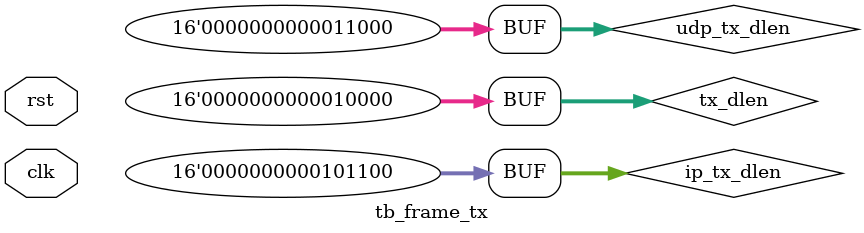
<source format=v>
module tb_frame_tx(
    input clk,
    input rst
);

    wire [15:0] tx_dlen; 
    wire [15:0] udp_tx_dlen, ip_tx_dlen;


    wire [7:0] udp_txd;
    wire [7:0] imp_txd;
    wire [7:0] ip_txd;
    wire [7:0] ip_mode_txd;
    wire [7:0] mac_txd;
    wire [7:0] mac_mode_txd;
    wire [7:0] eth_txd;

    wire [31:0] crc_data;

    wire eth_tx_rdy;
    (*MARK_DEBUG = "true"*)wire [7:0] fifo_txd, fifo_rxd;
    (*MARK_DEBUG = "true"*)wire fifo_txen, fifo_rxen;
    (*MARK_DEBUG = "true"*)wire fifo_full;

    wire fs_fifo_tx, fd_fifo_tx;

    wire fs_eth_tx, fd_eth_rx;

    wire fs_tcp_tx, fd_tcp_tx;
    wire fs_udp_tx, fd_udp_tx;
    wire fs_icmp_tx, fd_icmp_tx;

    wire fs_ip_tx, fd_ip_tx;
    wire fs_arp_tx, fd_arp_tx;

    wire fs_mac_tx, fd_mac_tx;

    assign udp_tx_dlen = tx_dlen + 8'h8;
    assign ip_tx_dlen = tx_dlen + 8'd28;
    assign tx_dlen = 16'h10;

    // assign fs_mac_tx = fs_eth_tx;
    // assign fd_eth_tx = fd_mac_tx;

    (*MARK_DEBUG = "true"*)reg [7:0] state; 
    reg [7:0] next_state;

    localparam IDLE = 8'h00, WAIT = 8'h01, DONE = 8'h02; 
    localparam FIFO = 8'h13;
    localparam UDP0 = 8'h20, GAP0 = 8'h21, UDP1 = 8'h22, GAP1 = 8'h23;
    localparam UDP2 = 8'h24, GAP2 = 8'h25, UDP3 = 8'h26, GAP3 = 8'h27;

    localparam IP_MODE = 8'h11;
    localparam MAC_MODE = 16'h0800;

    assign fs_fifo_tx = (state == FIFO);
    assign fs_eth_tx = (state == UDP0) || (state == UDP1) || (state == UDP2) || (state == UDP3);


    always@(posedge clk or posedge rst) begin
        if(rst) state <= IDLE;
        else state <= next_state;
    end
    
    always@(*) begin
        case(state)
            IDLE: next_state <= WAIT;
            WAIT: next_state <= FIFO;
            FIFO: begin
                if(fd_fifo_tx) next_state <= UDP0;
                else next_state <= FIFO;
            end
            UDP0: begin
                if(fd_eth_tx) next_state <= GAP0;
                else next_state <= UDP0;
            end
            GAP0: next_state <= UDP1;
            UDP1: begin
                if(fd_eth_tx) next_state <= GAP1;
                else next_state <= UDP1;
            end
            GAP1: next_state <= UDP2;
            UDP2: begin
                if(fd_eth_tx) next_state <= GAP2;
                else next_state <= UDP2;
            end
            GAP2: next_state <= UDP3;
            UDP3: begin
                if(fd_eth_tx) next_state <= GAP3;
                else next_state <= UDP3;
            end
            GAP3: next_state <= DONE;
            DONE: next_state <= WAIT;
            default: next_state <= IDLE;
        endcase
    end


    fifo_tx
    fifo_tx_dut(
        .clk(clk),
        .rst(rst),
        .full(fifo_full),
        .fs(fs_fifo_tx),
        .fd(fd_fifo_tx),

        .fifo_txen(fifo_txen),
        .fifo_txd(fifo_txd)
    );


    udp_tx
    udp_tx_dut(
        .clk(clk),
        .rst(rst),
        .fs(fs_udp_tx),
        .fd(fd_udp_tx),
        .src_port(16'h1F90),
        .det_port(16'h1F90),
        .data_len(udp_tx_dlen),
        .fifo_rxen(fifo_rxen),
        .fifo_rxd(fifo_rxd),
        .udp_txd(udp_txd)
    );

    ip_tx
    ip_tx_dut(
        .clk(clk),
        .rst(rst),

        .data_len(ip_tx_dlen),
        .src_ip_addr(32'hC0A80002),
        .det_ip_addr(32'hC0A80003),

        .fs(fs_ip_tx),
        .fd(fd_ip_tx),

        .ip_mode(IP_MODE),

        .fs_udp(fs_udp_tx),
        .fd_udp(fd_udp_tx),
        .fs_icmp(fs_icmp_tx),
        .fd_icmp(fd_icmp_tx),
        .fs_tcp(fs_tcp_tx),
        .fd_tcp(fd_tcp_tx),

        .ip_mode_txd(ip_mode_txd),
        .ip_txd(ip_txd)
    );

    ip_tx_mode
    ip_tx_mode_dut(
        .clk(clk),

        .udp_txd(udp_txd),
        .tcp_txd(tcp_txd),
        .icmp_txd(icmp_txd),

        .tx_mode(IP_MODE),
        .txd(ip_mode_txd)
    );

    mac_tx
    mac_tx_dut(
        .clk(clk),
        .rst(rst),

        .src_mac_addr(48'h1A510F000001),
        .det_mac_addr(48'hFFFFFFFFFFFF),
        
        .fs(fs_mac_tx),
        .fd(fd_mac_tx),

        .mac_mode(MAC_MODE),

        .fs_ip(fs_ip_tx),
        .fd_ip(fd_ip_tx),
        .fs_arp(fs_arp_tx),
        .fd_arp(fd_arp_tx),

        .mac_mode_txd(mac_mode_txd),
        .mac_txd(mac_txd)
    );

    mac_tx_mode
    mac_tx_mode_dut(
        .clk(clk),
        .ip_txd(ip_txd),
        .arp_txd(arp_txd),

        .tx_mode(MAC_MODE),

        .txd(mac_mode_txd)
    );

    frame_tx
    frame_tx_dut(
        .clk(clk),
        .rst(rst),

        .fs(fs_eth_tx),
        .fd(fd_eth_tx),

        .crc_en(crc_en),
        .crc(crc_data),

        .fs_mac(fs_mac_tx),
        .fd_mac(fd_mac_tx),
        
        .mac_txd(mac_txd),
        .eth_txd(eth_txd),
        .eth_txrdy(eth_tx_rdy)
    );


    fifo_eth
    fifo_eth_dut(
        .wr_clk(clk),
        .full(fifo_full),
        .din(fifo_txd),
        .wr_en(fifo_txen),

        .rd_clk(clk),
        .dout(fifo_rxd),
        .rd_en(fifo_rxen)
    );

    crc32
    crc32_dut(
        .clk(clk),
        .enable(crc_en),
        .din(mac_txd),
        .dout(crc_data)
    );



endmodule



</source>
